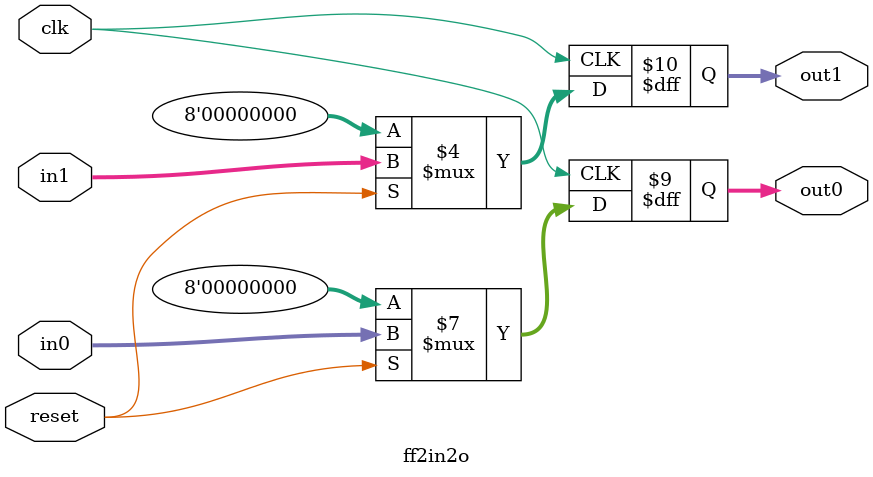
<source format=v>


  module ff2in2o(
      input clk,
      input reset,
      // Inputs, are 2
      input wire [7:0] in0,
      input wire [7:0] in1,
      // Outputs, are 2
      output reg [7:0] out0,
      output reg [7:0] out1
  );
  // Each positive edge of the clock make these changes
  always @(posedge clk)
  //If this happens on a positive edge of the clock, make the following changes for the next clock edge
  begin
    // Reset synchronous
    if (reset == 0) // If reset in LOW nonblobking assing zero
    begin
      out0 <= 0;
      out1 <= 0;
    end // end if
    else begin // reset  == 1
      out0 <= in0;
      out1 <= in1;
    end // end else
  end // end always posedge clk

endmodule

// Local Variables:
// verilog-library-directories:("."):
// End:

</source>
